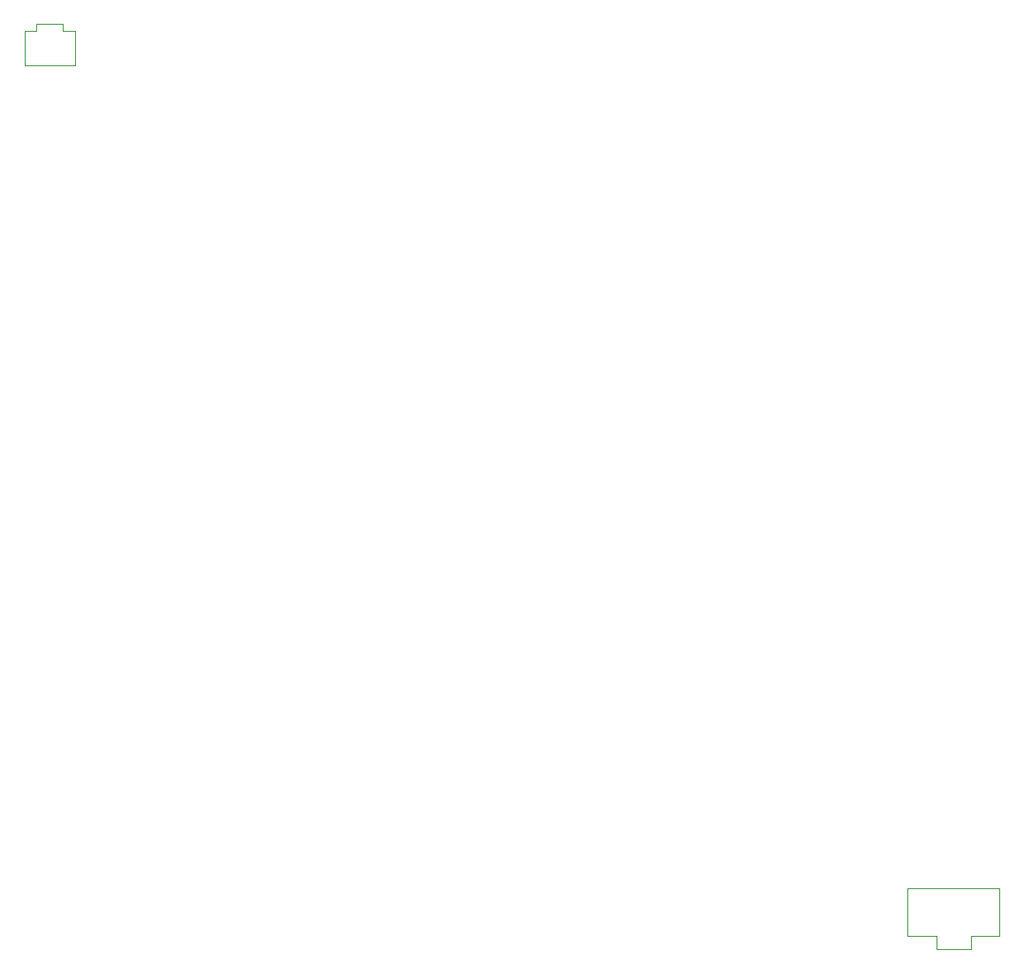
<source format=gbr>
G04 #@! TF.GenerationSoftware,KiCad,Pcbnew,5.1.9*
G04 #@! TF.CreationDate,2021-01-18T19:30:39-06:00*
G04 #@! TF.ProjectId,halfboard,68616c66-626f-4617-9264-2e6b69636164,rev?*
G04 #@! TF.SameCoordinates,Original*
G04 #@! TF.FileFunction,Other,User*
%FSLAX46Y46*%
G04 Gerber Fmt 4.6, Leading zero omitted, Abs format (unit mm)*
G04 Created by KiCad (PCBNEW 5.1.9) date 2021-01-18 19:30:39*
%MOMM*%
%LPD*%
G01*
G04 APERTURE LIST*
%ADD10C,0.050000*%
G04 APERTURE END LIST*
D10*
G04 #@! TO.C, *
X139782000Y-132656000D02*
X139782000Y-128106000D01*
X137032000Y-132656000D02*
X139782000Y-132656000D01*
X137032000Y-133956000D02*
X137032000Y-132656000D01*
X133732000Y-133956000D02*
X137032000Y-133956000D01*
X133732000Y-132656000D02*
X133732000Y-133956000D01*
X130982000Y-132656000D02*
X133732000Y-132656000D01*
X130982000Y-128106000D02*
X130982000Y-132656000D01*
X139782000Y-128106000D02*
X130982000Y-128106000D01*
X51168000Y-45848000D02*
X51168000Y-49148000D01*
X50018000Y-45848000D02*
X51168000Y-45848000D01*
X46368000Y-49148000D02*
X46368000Y-45848000D01*
X51168000Y-49148000D02*
X46368000Y-49148000D01*
X47518000Y-45848000D02*
X46368000Y-45848000D01*
X47518000Y-45148000D02*
X47518000Y-45848000D01*
X50018000Y-45148000D02*
X47518000Y-45148000D01*
X50018000Y-45848000D02*
X50018000Y-45148000D01*
G04 #@! TD*
M02*

</source>
